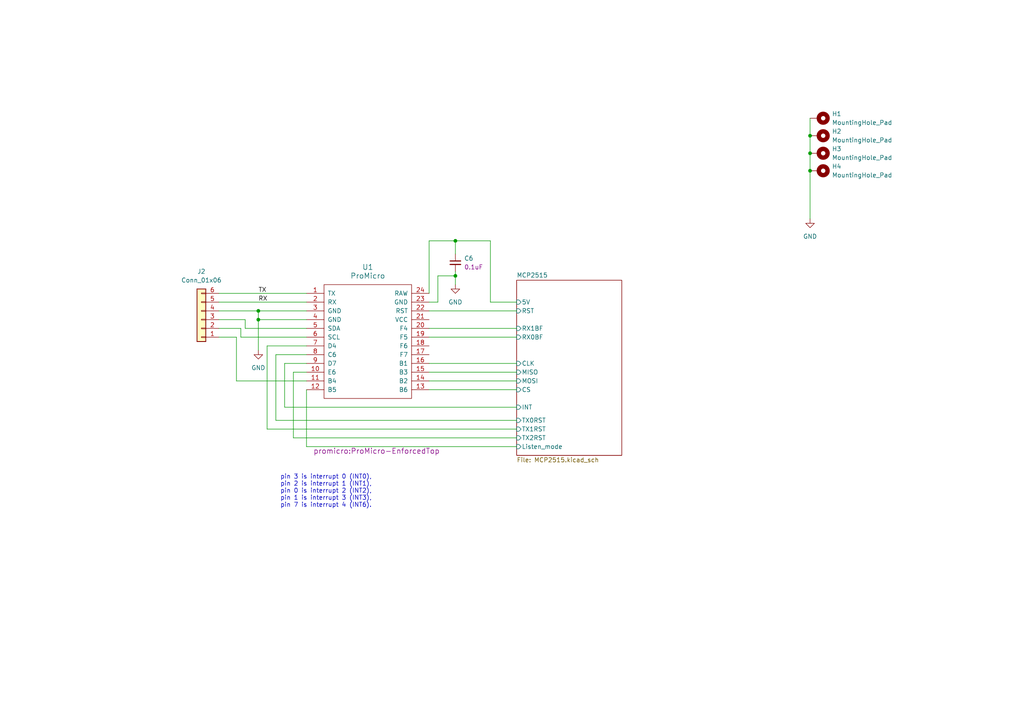
<source format=kicad_sch>
(kicad_sch (version 20231120) (generator "eeschema") (generator_version "8.0")
  (paper "A4")
  (lib_symbols
    (symbol "Mechanical:MountingHole_Pad" (pin_numbers hide) (pin_names (offset 1.016) hide)
      (property "Reference" "H" (at 0 6.35 0))
      (property "Value" "MountingHole_Pad" (at 0 4.445 0))
      (symbol "MountingHole_Pad_0_1"
        (circle (center 0 1.27) (radius 1.27) (stroke (width 1.27)))
      )
      (symbol "MountingHole_Pad_1_1"
        (pin input line (at 0 -2.54 90) (length 2.54) (name "1") (number "1"))
      )
    )
    (symbol "PCM_4ms_Capacitor:100nF_0603_16V" (pin_numbers hide) (pin_names (offset 0.254) hide)
      (property "Reference" "C" (at 1.905 1.27 0))
      (property "Display" "0.1uF" (at 1.905 -1.27 0))
      (symbol "100nF_0603_16V_0_1"
        (polyline (pts (xy -1.524 -0.508) (xy 1.524 -0.508)) (stroke (width 0.3302)))
        (polyline (pts (xy -1.524 0.508) (xy 1.524 0.508)) (stroke (width 0.3048)))
      )
      (symbol "100nF_0603_16V_1_1"
        (pin passive line (at 0 2.54 270) (length 2.032) (name "~") (number "1"))
        (pin passive line (at 0 -2.54 90) (length 2.032) (name "~") (number "2"))
      )
    )
    (symbol "PCM_4ms_Connector:Conn_01x06" (pin_names (offset 1.016) hide)
      (property "Reference" "J" (at 0 7.62 0))
      (property "Value" "Conn_01x06" (at 0 -10.16 0))
      (symbol "Conn_01x06_1_1"
        (rectangle (start -1.27 -7.493) (end 0 -7.747) (stroke (width 0.1524)))
        (rectangle (start -1.27 -4.953) (end 0 -5.207) (stroke (width 0.1524)))
        (rectangle (start -1.27 -2.413) (end 0 -2.667) (stroke (width 0.1524)))
        (rectangle (start -1.27 0.127) (end 0 -0.127) (stroke (width 0.1524)))
        (rectangle (start -1.27 2.667) (end 0 2.413) (stroke (width 0.1524)))
        (rectangle (start -1.27 5.207) (end 0 4.953) (stroke (width 0.1524)))
        (rectangle (start -1.27 6.35) (end 1.27 -8.89) (stroke (width 0.254)) (fill (type background)))
        (pin passive line (at -5.08 5.08 0) (length 3.81) (name "Pin_1") (number "1"))
        (pin passive line (at -5.08 2.54 0) (length 3.81) (name "Pin_2") (number "2"))
        (pin passive line (at -5.08 0 0) (length 3.81) (name "Pin_3") (number "3"))
        (pin passive line (at -5.08 -2.54 0) (length 3.81) (name "Pin_4") (number "4"))
        (pin passive line (at -5.08 -5.08 0) (length 3.81) (name "Pin_5") (number "5"))
        (pin passive line (at -5.08 -7.62 0) (length 3.81) (name "Pin_6") (number "6"))
      )
    )
    (symbol "PCM_4ms_Power-symbol:GND" (power) (pin_names (offset 0))
      (property "Value" "GND" (at 0 -3.81 0))
      (symbol "GND_0_1"
        (polyline (pts (xy 0 0) (xy 0 -1.27) (xy 1.27 -1.27) (xy 0 -2.54) (xy -1.27 -1.27) (xy 0 -1.27)))
      )
      (symbol "GND_1_1"
        (pin power_in line (at 0 0 270) (length 0) hide (name "GND") (number "1"))
      )
    )
    (symbol "arduino:ProMicro" (pin_names (offset 1.016))
      (property "Reference" "U" (at 0 24.13 0))
      (property "Value" "ProMicro" (at 0 -13.97 0))
      (symbol "ProMicro_0_1"
        (rectangle (start -12.7 21.59) (end 12.7 -11.43))
      )
      (symbol "ProMicro_1_1"
        (pin bidirectional line (at -17.78 19.05 0) (length 5.08) (name "TX") (number "1"))
        (pin bidirectional line (at -17.78 -3.81 0) (length 5.08) (name "E6") (number "10"))
        (pin bidirectional line (at -17.78 -6.35 0) (length 5.08) (name "B4") (number "11"))
        (pin bidirectional line (at -17.78 -8.89 0) (length 5.08) (name "B5") (number "12"))
        (pin bidirectional line (at 17.78 -8.89 180) (length 5.08) (name "B6") (number "13"))
        (pin bidirectional line (at 17.78 -6.35 180) (length 5.08) (name "B2") (number "14"))
        (pin bidirectional line (at 17.78 -3.81 180) (length 5.08) (name "B3") (number "15"))
        (pin bidirectional line (at 17.78 -1.27 180) (length 5.08) (name "B1") (number "16"))
        (pin bidirectional line (at 17.78 1.27 180) (length 5.08) (name "F7") (number "17"))
        (pin bidirectional line (at 17.78 3.81 180) (length 5.08) (name "F6") (number "18"))
        (pin bidirectional line (at 17.78 6.35 180) (length 5.08) (name "F5") (number "19"))
        (pin bidirectional line (at -17.78 16.51 0) (length 5.08) (name "RX") (number "2"))
        (pin bidirectional line (at 17.78 8.89 180) (length 5.08) (name "F4") (number "20"))
        (pin power_in line (at 17.78 11.43 180) (length 5.08) (name "VCC") (number "21"))
        (pin input line (at 17.78 13.97 180) (length 5.08) (name "RST") (number "22"))
        (pin power_in line (at 17.78 16.51 180) (length 5.08) (name "GND") (number "23"))
        (pin power_out line (at 17.78 19.05 180) (length 5.08) (name "RAW") (number "24"))
        (pin power_in line (at -17.78 13.97 0) (length 5.08) (name "GND") (number "3"))
        (pin power_in line (at -17.78 11.43 0) (length 5.08) (name "GND") (number "4"))
        (pin bidirectional line (at -17.78 8.89 0) (length 5.08) (name "SDA") (number "5"))
        (pin bidirectional line (at -17.78 6.35 0) (length 5.08) (name "SCL") (number "6"))
        (pin bidirectional line (at -17.78 3.81 0) (length 5.08) (name "D4") (number "7"))
        (pin bidirectional line (at -17.78 1.27 0) (length 5.08) (name "C6") (number "8"))
        (pin bidirectional line (at -17.78 -1.27 0) (length 5.08) (name "D7") (number "9"))
      )
    )
  )
  (junction (at 132.08 69.85))
  (junction (at 74.93 92.71))
  (junction (at 234.95 44.45))
  (junction (at 234.95 49.53))
  (junction (at 234.95 39.37))
  (junction (at 74.93 90.17))
  (junction (at 132.08 80.01))
  (wire (pts (xy 88.9 97.79) (xy 69.85 97.79)))
  (wire (pts (xy 124.46 105.41) (xy 149.86 105.41)))
  (wire (pts (xy 234.95 49.53) (xy 234.95 63.5)))
  (wire (pts (xy 85.09 127) (xy 149.86 127)))
  (wire (pts (xy 88.9 129.54) (xy 88.9 113.03)))
  (wire (pts (xy 132.08 69.85) (xy 142.24 69.85)))
  (wire (pts (xy 132.08 78.74) (xy 132.08 80.01)))
  (wire (pts (xy 63.5 92.71) (xy 71.12 92.71)))
  (wire (pts (xy 124.46 113.03) (xy 149.86 113.03)))
  (wire (pts (xy 234.95 39.37) (xy 234.95 44.45)))
  (wire (pts (xy 82.55 118.11) (xy 82.55 105.41)))
  (wire (pts (xy 71.12 95.25) (xy 88.9 95.25)))
  (wire (pts (xy 85.09 107.95) (xy 88.9 107.95)))
  (wire (pts (xy 82.55 105.41) (xy 88.9 105.41)))
  (wire (pts (xy 124.46 107.95) (xy 149.86 107.95)))
  (wire (pts (xy 234.95 44.45) (xy 234.95 49.53)))
  (wire (pts (xy 69.85 95.25) (xy 63.5 95.25)))
  (wire (pts (xy 80.01 102.87) (xy 88.9 102.87)))
  (wire (pts (xy 124.46 69.85) (xy 124.46 85.09)))
  (wire (pts (xy 85.09 127) (xy 85.09 107.95)))
  (wire (pts (xy 124.46 110.49) (xy 149.86 110.49)))
  (wire (pts (xy 77.47 100.33) (xy 77.47 124.46)))
  (wire (pts (xy 68.58 97.79) (xy 63.5 97.79)))
  (wire (pts (xy 127 80.01) (xy 132.08 80.01)))
  (wire (pts (xy 132.08 80.01) (xy 132.08 82.55)))
  (wire (pts (xy 71.12 92.71) (xy 71.12 95.25)))
  (wire (pts (xy 149.86 121.92) (xy 80.01 121.92)))
  (wire (pts (xy 124.46 69.85) (xy 132.08 69.85)))
  (wire (pts (xy 127 80.01) (xy 127 87.63)))
  (wire (pts (xy 124.46 90.17) (xy 149.86 90.17)))
  (wire (pts (xy 127 87.63) (xy 124.46 87.63)))
  (wire (pts (xy 234.95 34.29) (xy 234.95 39.37)))
  (wire (pts (xy 142.24 87.63) (xy 149.86 87.63)))
  (wire (pts (xy 74.93 92.71) (xy 88.9 92.71)))
  (wire (pts (xy 142.24 69.85) (xy 142.24 87.63)))
  (wire (pts (xy 124.46 95.25) (xy 149.86 95.25)))
  (wire (pts (xy 63.5 87.63) (xy 88.9 87.63)))
  (wire (pts (xy 124.46 97.79) (xy 149.86 97.79)))
  (wire (pts (xy 80.01 121.92) (xy 80.01 102.87)))
  (wire (pts (xy 88.9 110.49) (xy 68.58 110.49)))
  (wire (pts (xy 77.47 124.46) (xy 149.86 124.46)))
  (wire (pts (xy 82.55 118.11) (xy 149.86 118.11)))
  (wire (pts (xy 68.58 110.49) (xy 68.58 97.79)))
  (wire (pts (xy 132.08 69.85) (xy 132.08 73.66)))
  (wire (pts (xy 74.93 90.17) (xy 88.9 90.17)))
  (wire (pts (xy 74.93 92.71) (xy 74.93 101.6)))
  (wire (pts (xy 69.85 97.79) (xy 69.85 95.25)))
  (wire (pts (xy 74.93 90.17) (xy 74.93 92.71)))
  (wire (pts (xy 77.47 100.33) (xy 88.9 100.33)))
  (wire (pts (xy 63.5 85.09) (xy 88.9 85.09)))
  (wire (pts (xy 149.86 129.54) (xy 88.9 129.54)))
  (wire (pts (xy 63.5 90.17) (xy 74.93 90.17)))
  (text "pin 3 is interrupt 0 (INT0), \npin 2 is interrupt 1 (INT1), \npin 0 is interrupt 2 (INT2), \npin 1 is interrupt 3 (INT3), \npin 7 is interrupt 4 (INT6)." (at 81.28 147.32 0) (effects (font (size 1.27 1.27)) (justify left bottom)))
  (label "TX" (at 74.93 85.09 0))
  (label "RX" (at 74.93 87.63 0))
  (symbol (lib_id "Mechanical:MountingHole_Pad") (at 237.49 39.37 270) (unit 1)
    (property "Reference" "H2" (at 241.3 38.1 90) (effects (justify left)))
    (property "Value" "MountingHole_Pad" (at 241.3 40.64 90) (effects (justify left)))
    (property "Footprint" "MountingHole:MountingHole_3.5mm_Pad_Via" (effects (hide yes)))
  )
  (symbol (lib_id "PCM_4ms_Power-symbol:GND") (at 132.08 82.55 0) (unit 1)
    (property "Reference" "#PWR09" (effects (hide yes)))
    (property "Value" "GND" (at 132.08 87.63 0))
  )
  (symbol (lib_id "PCM_4ms_Power-symbol:GND") (at 234.95 63.5 0) (unit 1)
    (property "Reference" "#PWR011" (effects (hide yes)))
    (property "Value" "GND" (at 234.95 68.58 0))
  )
  (symbol (lib_id "Mechanical:MountingHole_Pad") (at 237.49 49.53 270) (unit 1)
    (property "Reference" "H4" (at 241.3 48.26 90) (effects (justify left)))
    (property "Value" "MountingHole_Pad" (at 241.3 50.8 90) (effects (justify left)))
    (property "Footprint" "MountingHole:MountingHole_3.5mm_Pad_Via" (effects (hide yes)))
  )
  (symbol (lib_id "PCM_4ms_Connector:Conn_01x06") (at 58.42 92.71 180) (unit 1)
    (property "Reference" "J2" (at 58.42 78.74 0))
    (property "Value" "Conn_01x06" (at 58.42 81.28 0))
    (property "Footprint" "PCM_4ms_Connector:Pins_1x06_2.54mm_TH_SWD" (effects (hide yes)))
    (property "Specifications" "HEADER 1x6 MALE PINS 0.100” 180deg" (effects (hide yes)))
    (property "Manufacturer" "TAD" (effects (hide yes)))
    (property "Part Number" "1-0601FBV0T" (effects (hide yes)))
  )
  (symbol (lib_id "PCM_4ms_Capacitor:100nF_0603_16V") (at 132.08 76.2 0) (unit 1)
    (property "Reference" "C6" (at 134.62 74.9363 0) (effects (justify left)))
    (property "Value" "100nF_0603_16V" (effects (hide yes)))
    (property "Footprint" "PCM_4ms_Capacitor:C_0603" (effects (hide yes)))
    (property "Specifications" "0.1uF, Min. 16V 10%, X7R or X5R or similar" (effects (hide yes)))
    (property "Manufacturer" "AVX Corporation" (effects (hide yes)))
    (property "Part Number" "0603YC104KAT2A" (effects (hide yes)))
    (property "Display" "0.1uF" (at 134.62 77.4763 0) (effects (justify left)))
    (property "JLCPCB ID" "C14663" (effects (hide yes)))
  )
  (symbol (lib_id "Mechanical:MountingHole_Pad") (at 237.49 34.29 270) (unit 1)
    (property "Reference" "H1" (at 241.3 33.02 90) (effects (justify left)))
    (property "Value" "MountingHole_Pad" (at 241.3 35.56 90) (effects (justify left)))
    (property "Footprint" "MountingHole:MountingHole_3.5mm_Pad_Via" (effects (hide yes)))
  )
  (symbol (lib_id "arduino:ProMicro") (at 106.68 104.14 0) (unit 1)
    (property "Reference" "U1" (at 106.68 77.47 0) (effects (font (size 1.524 1.524))))
    (property "Value" "ProMicro" (at 106.68 80.01 0) (effects (font (size 1.524 1.524))))
    (property "Footprint" "promicro:ProMicro-EnforcedTop" (at 109.22 130.81 0) (effects (font (size 1.524 1.524))))
  )
  (symbol (lib_id "PCM_4ms_Power-symbol:GND") (at 74.93 101.6 0) (unit 1)
    (property "Reference" "#PWR010" (effects (hide yes)))
    (property "Value" "GND" (at 74.93 106.68 0))
  )
  (symbol (lib_id "Mechanical:MountingHole_Pad") (at 237.49 44.45 270) (unit 1)
    (property "Reference" "H3" (at 241.3 43.18 90) (effects (justify left)))
    (property "Value" "MountingHole_Pad" (at 241.3 45.72 90) (effects (justify left)))
    (property "Footprint" "MountingHole:MountingHole_3.5mm_Pad_Via" (effects (hide yes)))
  )
  (sheet (at 149.86 81.28) (size 30.48 50.8) (stroke (width 0.1524))
    (property "Sheetname" "MCP2515" (at 149.86 80.5684 0) (effects (justify left bottom)))
    (property "Sheetfile" "MCP2515.kicad_sch" (at 149.86 132.6646 0) (effects (justify left top)))
    (pin "MISO" input (at 149.86 107.95 180))
    (pin "MOSI" input (at 149.86 110.49 180))
    (pin "CS" input (at 149.86 113.03 180))
    (pin "CLK" input (at 149.86 105.41 180))
    (pin "INT" input (at 149.86 118.11 180))
    (pin "5V" input (at 149.86 87.63 180))
    (pin "RST" input (at 149.86 90.17 180))
    (pin "RX0BF" input (at 149.86 97.79 180))
    (pin "RX1BF" input (at 149.86 95.25 180))
    (pin "TX1RST" input (at 149.86 124.46 180))
    (pin "TX0RST" input (at 149.86 121.92 180))
    (pin "TX2RST" input (at 149.86 127 180))
    (pin "Listen_mode" input (at 149.86 129.54 180))
  )
)
</source>
